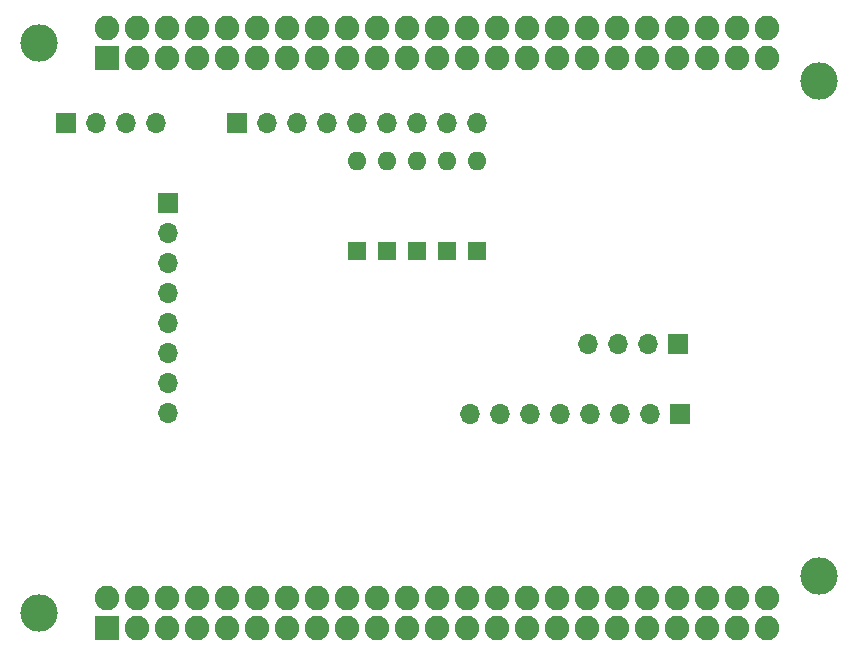
<source format=gbs>
G04 #@! TF.GenerationSoftware,KiCad,Pcbnew,8.0.6*
G04 #@! TF.CreationDate,2025-01-05T20:35:50-05:00*
G04 #@! TF.ProjectId,Beagle-AI-64-CAN-Part2,42656167-6c65-42d4-9149-2d36342d4341,rev?*
G04 #@! TF.SameCoordinates,Original*
G04 #@! TF.FileFunction,Soldermask,Bot*
G04 #@! TF.FilePolarity,Negative*
%FSLAX46Y46*%
G04 Gerber Fmt 4.6, Leading zero omitted, Abs format (unit mm)*
G04 Created by KiCad (PCBNEW 8.0.6) date 2025-01-05 20:35:50*
%MOMM*%
%LPD*%
G01*
G04 APERTURE LIST*
G04 Aperture macros list*
%AMRoundRect*
0 Rectangle with rounded corners*
0 $1 Rounding radius*
0 $2 $3 $4 $5 $6 $7 $8 $9 X,Y pos of 4 corners*
0 Add a 4 corners polygon primitive as box body*
4,1,4,$2,$3,$4,$5,$6,$7,$8,$9,$2,$3,0*
0 Add four circle primitives for the rounded corners*
1,1,$1+$1,$2,$3*
1,1,$1+$1,$4,$5*
1,1,$1+$1,$6,$7*
1,1,$1+$1,$8,$9*
0 Add four rect primitives between the rounded corners*
20,1,$1+$1,$2,$3,$4,$5,0*
20,1,$1+$1,$4,$5,$6,$7,0*
20,1,$1+$1,$6,$7,$8,$9,0*
20,1,$1+$1,$8,$9,$2,$3,0*%
G04 Aperture macros list end*
%ADD10R,1.600000X1.600000*%
%ADD11O,1.600000X1.600000*%
%ADD12R,1.700000X1.700000*%
%ADD13O,1.700000X1.700000*%
%ADD14C,3.175000*%
%ADD15RoundRect,0.101600X-0.939800X-0.939800X0.939800X-0.939800X0.939800X0.939800X-0.939800X0.939800X0*%
%ADD16C,2.082800*%
G04 APERTURE END LIST*
D10*
X156850000Y-98350000D03*
D11*
X156850000Y-90730000D03*
D10*
X154310000Y-98350000D03*
D11*
X154310000Y-90730000D03*
D10*
X151770000Y-98350000D03*
D11*
X151770000Y-90730000D03*
D10*
X149230000Y-98350000D03*
D11*
X149230000Y-90730000D03*
D10*
X146690000Y-98350000D03*
D11*
X146690000Y-90730000D03*
D12*
X173820000Y-106250000D03*
D13*
X171280000Y-106250000D03*
X168740000Y-106250000D03*
X166200000Y-106250000D03*
D12*
X130650000Y-94270000D03*
D13*
X130650000Y-96810000D03*
X130650000Y-99350000D03*
X130650000Y-101890000D03*
X130650000Y-104430000D03*
X130650000Y-106970000D03*
X130650000Y-109510000D03*
X130650000Y-112050000D03*
D12*
X122000000Y-87500000D03*
D13*
X124540000Y-87500000D03*
X127080000Y-87500000D03*
X129620000Y-87500000D03*
D12*
X173990000Y-112200000D03*
D13*
X171450000Y-112200000D03*
X168910000Y-112200000D03*
X166370000Y-112200000D03*
X163830000Y-112200000D03*
X161290000Y-112200000D03*
X158750000Y-112200000D03*
X156210000Y-112200000D03*
D12*
X136500000Y-87500000D03*
D13*
X139040000Y-87500000D03*
X141580000Y-87500000D03*
X144120000Y-87500000D03*
X146660000Y-87500000D03*
X149200000Y-87500000D03*
X151740000Y-87500000D03*
X154280000Y-87500000D03*
X156820000Y-87500000D03*
D14*
X119761000Y-80772000D03*
X119761000Y-129032000D03*
X185801000Y-83947000D03*
X185801000Y-125857000D03*
D15*
X125476000Y-82042000D03*
D16*
X125476000Y-79502000D03*
X128016000Y-82042000D03*
X128016000Y-79502000D03*
X130556000Y-82042000D03*
X130556000Y-79502000D03*
X133096000Y-82042000D03*
X133096000Y-79502000D03*
X135636000Y-82042000D03*
X135636000Y-79502000D03*
X138176000Y-82042000D03*
X138176000Y-79502000D03*
X140716000Y-82042000D03*
X140716000Y-79502000D03*
X143256000Y-82042000D03*
X143256000Y-79502000D03*
X145796000Y-82042000D03*
X145796000Y-79502000D03*
X148336000Y-82042000D03*
X148336000Y-79502000D03*
X150876000Y-82042000D03*
X150876000Y-79502000D03*
X153416000Y-82042000D03*
X153416000Y-79502000D03*
X155956000Y-82042000D03*
X155956000Y-79502000D03*
X158496000Y-82042000D03*
X158496000Y-79502000D03*
X161036000Y-82042000D03*
X161036000Y-79502000D03*
X163576000Y-82042000D03*
X163576000Y-79502000D03*
X166116000Y-82042000D03*
X166116000Y-79502000D03*
X168656000Y-82042000D03*
X168656000Y-79502000D03*
X171196000Y-82042000D03*
X171196000Y-79502000D03*
X173736000Y-82042000D03*
X173736000Y-79502000D03*
X176276000Y-82042000D03*
X176276000Y-79502000D03*
X178816000Y-82042000D03*
X178816000Y-79502000D03*
X181356000Y-82042000D03*
X181356000Y-79502000D03*
D15*
X125476000Y-130302000D03*
D16*
X125476000Y-127762000D03*
X128016000Y-130302000D03*
X128016000Y-127762000D03*
X130556000Y-130302000D03*
X130556000Y-127762000D03*
X133096000Y-130302000D03*
X133096000Y-127762000D03*
X135636000Y-130302000D03*
X135636000Y-127762000D03*
X138176000Y-130302000D03*
X138176000Y-127762000D03*
X140716000Y-130302000D03*
X140716000Y-127762000D03*
X143256000Y-130302000D03*
X143256000Y-127762000D03*
X145796000Y-130302000D03*
X145796000Y-127762000D03*
X148336000Y-130302000D03*
X148336000Y-127762000D03*
X150876000Y-130302000D03*
X150876000Y-127762000D03*
X153416000Y-130302000D03*
X153416000Y-127762000D03*
X155956000Y-130302000D03*
X155956000Y-127762000D03*
X158496000Y-130302000D03*
X158496000Y-127762000D03*
X161036000Y-130302000D03*
X161036000Y-127762000D03*
X163576000Y-130302000D03*
X163576000Y-127762000D03*
X166116000Y-130302000D03*
X166116000Y-127762000D03*
X168656000Y-130302000D03*
X168656000Y-127762000D03*
X171196000Y-130302000D03*
X171196000Y-127762000D03*
X173736000Y-130302000D03*
X173736000Y-127762000D03*
X176276000Y-130302000D03*
X176276000Y-127762000D03*
X178816000Y-130302000D03*
X178816000Y-127762000D03*
X181356000Y-130302000D03*
X181356000Y-127762000D03*
M02*

</source>
